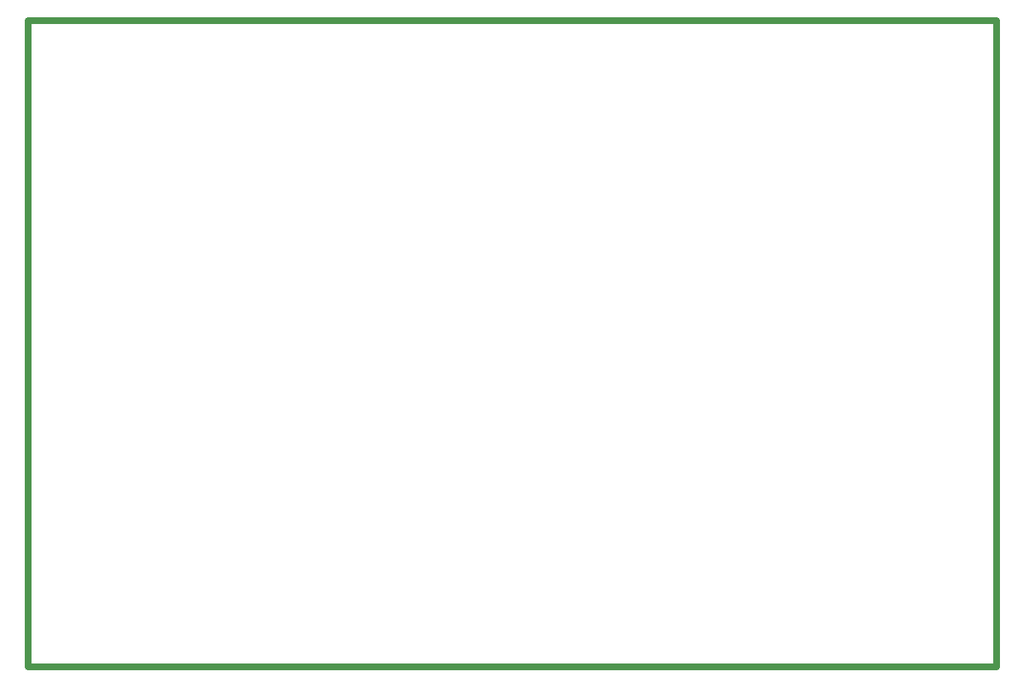
<source format=gko>
G04 Layer: BoardOutlineLayer*
G04 EasyEDA v6.5.51, 2025-11-27 18:45:45*
G04 165794e495e04085a6bddc9ff9194116,e0a4688c9a4c477ab9b1abdd6ae47455,10*
G04 Gerber Generator version 0.2*
G04 Scale: 100 percent, Rotated: No, Reflected: No *
G04 Dimensions in millimeters *
G04 leading zeros omitted , absolute positions ,4 integer and 5 decimal *
%FSLAX45Y45*%
%MOMM*%

%ADD10C,0.8000*%
%ADD11C,0.0160*%
D10*
X711200Y8953500D02*
G01*
X11633200Y8953500D01*
X11633200Y1663700D01*
X711200Y1663700D01*
X711200Y8953500D01*

%LPD*%
M02*

</source>
